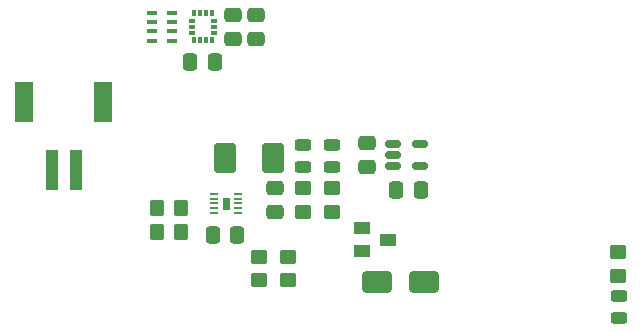
<source format=gbr>
%TF.GenerationSoftware,KiCad,Pcbnew,9.0.6-9.0.6~ubuntu24.04.1*%
%TF.CreationDate,2025-12-05T16:25:40-03:00*%
%TF.ProjectId,Smart_insoles_2025_v1,536d6172-745f-4696-9e73-6f6c65735f32,rev?*%
%TF.SameCoordinates,Original*%
%TF.FileFunction,Paste,Bot*%
%TF.FilePolarity,Positive*%
%FSLAX46Y46*%
G04 Gerber Fmt 4.6, Leading zero omitted, Abs format (unit mm)*
G04 Created by KiCad (PCBNEW 9.0.6-9.0.6~ubuntu24.04.1) date 2025-12-05 16:25:40*
%MOMM*%
%LPD*%
G01*
G04 APERTURE LIST*
G04 Aperture macros list*
%AMRoundRect*
0 Rectangle with rounded corners*
0 $1 Rounding radius*
0 $2 $3 $4 $5 $6 $7 $8 $9 X,Y pos of 4 corners*
0 Add a 4 corners polygon primitive as box body*
4,1,4,$2,$3,$4,$5,$6,$7,$8,$9,$2,$3,0*
0 Add four circle primitives for the rounded corners*
1,1,$1+$1,$2,$3*
1,1,$1+$1,$4,$5*
1,1,$1+$1,$6,$7*
1,1,$1+$1,$8,$9*
0 Add four rect primitives between the rounded corners*
20,1,$1+$1,$2,$3,$4,$5,0*
20,1,$1+$1,$4,$5,$6,$7,0*
20,1,$1+$1,$6,$7,$8,$9,0*
20,1,$1+$1,$8,$9,$2,$3,0*%
G04 Aperture macros list end*
%ADD10C,0.010000*%
%ADD11RoundRect,0.243750X0.456250X-0.243750X0.456250X0.243750X-0.456250X0.243750X-0.456250X-0.243750X0*%
%ADD12RoundRect,0.250000X0.337500X0.475000X-0.337500X0.475000X-0.337500X-0.475000X0.337500X-0.475000X0*%
%ADD13RoundRect,0.250000X0.450000X-0.350000X0.450000X0.350000X-0.450000X0.350000X-0.450000X-0.350000X0*%
%ADD14RoundRect,0.250000X0.350000X0.450000X-0.350000X0.450000X-0.350000X-0.450000X0.350000X-0.450000X0*%
%ADD15RoundRect,0.250000X-0.475000X0.337500X-0.475000X-0.337500X0.475000X-0.337500X0.475000X0.337500X0*%
%ADD16RoundRect,0.285750X0.666750X0.984250X-0.666750X0.984250X-0.666750X-0.984250X0.666750X-0.984250X0*%
%ADD17RoundRect,0.250000X-0.450000X0.350000X-0.450000X-0.350000X0.450000X-0.350000X0.450000X0.350000X0*%
%ADD18RoundRect,0.250000X1.000000X0.650000X-1.000000X0.650000X-1.000000X-0.650000X1.000000X-0.650000X0*%
%ADD19R,0.760000X0.220000*%
%ADD20RoundRect,0.250000X-0.337500X-0.475000X0.337500X-0.475000X0.337500X0.475000X-0.337500X0.475000X0*%
%ADD21R,0.900000X0.400000*%
%ADD22RoundRect,0.150000X-0.512500X-0.150000X0.512500X-0.150000X0.512500X0.150000X-0.512500X0.150000X0*%
%ADD23RoundRect,0.243750X-0.456250X0.243750X-0.456250X-0.243750X0.456250X-0.243750X0.456250X0.243750X0*%
%ADD24R,1.400000X1.000000*%
%ADD25R,0.350000X0.575000*%
%ADD26R,0.575000X0.350000*%
%ADD27R,1.500000X3.400000*%
%ADD28R,1.000000X3.500000*%
G04 APERTURE END LIST*
D10*
%TO.C,U7*%
X129550000Y-87750000D02*
X128980000Y-87750000D01*
X128980000Y-86800000D01*
X129550000Y-86800000D01*
X129550000Y-87750000D01*
G36*
X129550000Y-87750000D02*
G01*
X128980000Y-87750000D01*
X128980000Y-86800000D01*
X129550000Y-86800000D01*
X129550000Y-87750000D01*
G37*
%TD*%
D11*
%TO.C,D2*%
X162525000Y-95132500D03*
X162525000Y-97007500D03*
%TD*%
D12*
%TO.C,C16*%
X130237500Y-89950000D03*
X128162500Y-89950000D03*
%TD*%
D13*
%TO.C,R25*%
X134525000Y-93800000D03*
X134525000Y-91800000D03*
%TD*%
D14*
%TO.C,R13*%
X125450000Y-89700000D03*
X123450000Y-89700000D03*
%TD*%
D15*
%TO.C,C15*%
X129830000Y-71317500D03*
X129830000Y-73392500D03*
%TD*%
D14*
%TO.C,R27*%
X125450000Y-87700000D03*
X123450000Y-87700000D03*
%TD*%
D16*
%TO.C,TH1*%
X133250000Y-83400000D03*
X129186000Y-83400000D03*
%TD*%
D12*
%TO.C,C24*%
X128330000Y-75317500D03*
X126255000Y-75317500D03*
%TD*%
D13*
%TO.C,R26*%
X132025000Y-93800000D03*
X132025000Y-91800000D03*
%TD*%
D17*
%TO.C,R28*%
X162480000Y-91410000D03*
X162480000Y-93410000D03*
%TD*%
D18*
%TO.C,D5*%
X146050000Y-93900000D03*
X142050000Y-93900000D03*
%TD*%
D19*
%TO.C,U7*%
X128280000Y-88075000D03*
X128280000Y-87675000D03*
X128280000Y-87275000D03*
X128280000Y-86875000D03*
X128280000Y-86475000D03*
X130250000Y-86475000D03*
X130250000Y-86875000D03*
X130250000Y-87275000D03*
X130250000Y-87675000D03*
X130250000Y-88075000D03*
%TD*%
D20*
%TO.C,C23*%
X143700000Y-86150000D03*
X145775000Y-86150000D03*
%TD*%
D21*
%TO.C,RN1*%
X124680000Y-71117500D03*
X124680000Y-71917500D03*
X124680000Y-72717500D03*
X124680000Y-73517500D03*
X122980000Y-73517500D03*
X122980000Y-72717500D03*
X122980000Y-71917500D03*
X122980000Y-71117500D03*
%TD*%
D22*
%TO.C,U1*%
X143425000Y-84150000D03*
X143425000Y-83200000D03*
X143425000Y-82250000D03*
X145700000Y-82250000D03*
X145700000Y-84150000D03*
%TD*%
D23*
%TO.C,D1*%
X135750000Y-82325000D03*
X135750000Y-84200000D03*
%TD*%
D13*
%TO.C,R20*%
X138250000Y-87975000D03*
X138250000Y-85975000D03*
%TD*%
D15*
%TO.C,C14*%
X131830000Y-71317500D03*
X131830000Y-73392500D03*
%TD*%
D24*
%TO.C,Q2*%
X140825000Y-91300000D03*
X140825000Y-89400000D03*
X143025000Y-90350000D03*
%TD*%
D15*
%TO.C,C19*%
X133450000Y-85967500D03*
X133450000Y-88042500D03*
%TD*%
D23*
%TO.C,D3*%
X138250000Y-82325000D03*
X138250000Y-84200000D03*
%TD*%
D25*
%TO.C,U3*%
X126580000Y-71155000D03*
X127080000Y-71155000D03*
X127580000Y-71155000D03*
X128080000Y-71155000D03*
D26*
X128242500Y-71817500D03*
X128242500Y-72317500D03*
X128242500Y-72817500D03*
D25*
X128080000Y-73480000D03*
X127580000Y-73480000D03*
X127080000Y-73480000D03*
X126580000Y-73480000D03*
D26*
X126417500Y-72817500D03*
X126417500Y-72317500D03*
X126417500Y-71817500D03*
%TD*%
D15*
%TO.C,C22*%
X141200000Y-82150000D03*
X141200000Y-84225000D03*
%TD*%
D13*
%TO.C,R21*%
X135750000Y-87975000D03*
X135750000Y-85975000D03*
%TD*%
D27*
%TO.C,J4*%
X118880000Y-78720000D03*
X112180000Y-78720000D03*
D28*
X116530000Y-84470000D03*
X114530000Y-84470000D03*
%TD*%
M02*

</source>
